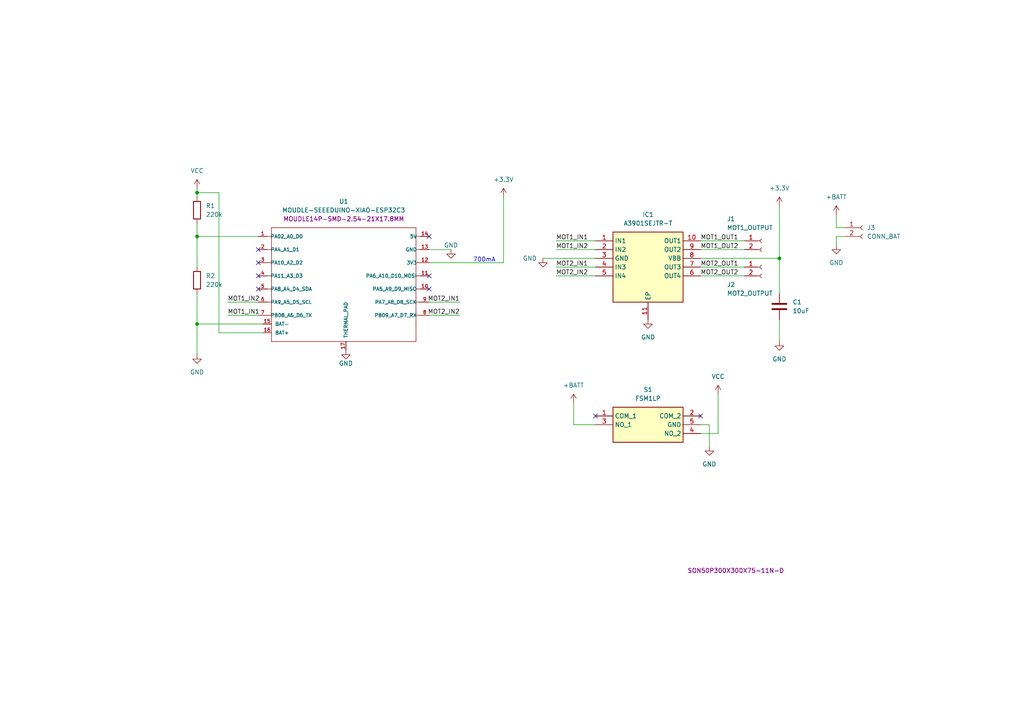
<source format=kicad_sch>
(kicad_sch (version 20230121) (generator eeschema)
  (paper "A4")
  (lib_symbols
    (symbol "A3901SEJTR-T:A3901SEJTR-T"
      (property "Reference" "IC" (at 26.67 7.62 0))
      (property "Value" "A3901SEJTR-T" (at 26.67 5.08 0))
      (symbol "A3901SEJTR-T_1_1"
        (rectangle (start 5.08 2.54) (end 25.4 -17.78) (stroke (width 0.254)) (fill (type background)))
        (pin passive line (at 0 0 0) (length 5.08) (name "IN1") (number "1"))
        (pin passive line (at 30.48 0 180) (length 5.08) (name "OUT1") (number "10"))
        (pin passive line (at 15.24 -22.86 90) (length 5.08) (name "EP") (number "11"))
        (pin passive line (at 0 -2.54 0) (length 5.08) (name "IN2") (number "2"))
        (pin passive line (at 0 -5.08 0) (length 5.08) (name "GND") (number "3"))
        (pin passive line (at 0 -7.62 0) (length 5.08) (name "IN3") (number "4"))
        (pin passive line (at 0 -10.16 0) (length 5.08) (name "IN4") (number "5"))
        (pin passive line (at 30.48 -10.16 180) (length 5.08) (name "OUT4") (number "6"))
        (pin passive line (at 30.48 -7.62 180) (length 5.08) (name "OUT3") (number "7"))
        (pin passive line (at 30.48 -5.08 180) (length 5.08) (name "VBB") (number "8"))
        (pin passive line (at 30.48 -2.54 180) (length 5.08) (name "OUT2") (number "9"))
      )
    )
    (symbol "Connector:Conn_01x02_Socket" (pin_names (offset 1.016) hide)
      (property "Reference" "J" (at 0 2.54 0))
      (property "Value" "Conn_01x02_Socket" (at 0 -5.08 0))
      (symbol "Conn_01x02_Socket_1_1"
        (arc (start 0 -2.032) (mid -0.5058 -2.54) (end 0 -3.048) (stroke (width 0.1524)))
        (polyline (pts (xy -1.27 -2.54) (xy -0.508 -2.54)) (stroke (width 0.1524)))
        (polyline (pts (xy -1.27 0) (xy -0.508 0)) (stroke (width 0.1524)))
        (arc (start 0 0.508) (mid -0.5058 0) (end 0 -0.508) (stroke (width 0.1524)))
        (pin passive line (at -5.08 0 0) (length 3.81) (name "Pin_1") (number "1"))
        (pin passive line (at -5.08 -2.54 0) (length 3.81) (name "Pin_2") (number "2"))
      )
    )
    (symbol "Device:C" (pin_numbers hide) (pin_names (offset 0.254))
      (property "Reference" "C" (at 0.635 2.54 0))
      (property "Value" "C" (at 0.635 -2.54 0))
      (symbol "C_0_1"
        (polyline (pts (xy -2.032 -0.762) (xy 2.032 -0.762)) (stroke (width 0.508)))
        (polyline (pts (xy -2.032 0.762) (xy 2.032 0.762)) (stroke (width 0.508)))
      )
      (symbol "C_1_1"
        (pin passive line (at 0 3.81 270) (length 2.794) (name "~") (number "1"))
        (pin passive line (at 0 -3.81 90) (length 2.794) (name "~") (number "2"))
      )
    )
    (symbol "Device:R" (pin_numbers hide) (pin_names (offset 0))
      (property "Reference" "R" (at 2.032 0 90))
      (property "Value" "R" (at 0 0 90))
      (symbol "R_0_1"
        (rectangle (start -1.016 -2.54) (end 1.016 2.54) (stroke (width 0.254)))
      )
      (symbol "R_1_1"
        (pin passive line (at 0 3.81 270) (length 1.27) (name "~") (number "1"))
        (pin passive line (at 0 -3.81 90) (length 1.27) (name "~") (number "2"))
      )
    )
    (symbol "FSM1LP:FSM1LP"
      (property "Reference" "S" (at 26.67 7.62 0))
      (property "Value" "FSM1LP" (at 26.67 5.08 0))
      (symbol "FSM1LP_1_1"
        (rectangle (start 5.08 2.54) (end 25.4 -7.62) (stroke (width 0.254)) (fill (type background)))
        (pin passive line (at 0 0 0) (length 5.08) (name "COM_1") (number "1"))
        (pin passive line (at 30.48 0 180) (length 5.08) (name "COM_2") (number "2"))
        (pin passive line (at 0 -2.54 0) (length 5.08) (name "NO_1") (number "3"))
        (pin passive line (at 30.48 -5.08 180) (length 5.08) (name "NO_2") (number "4"))
        (pin passive line (at 30.48 -2.54 180) (length 5.08) (name "GND") (number "5"))
      )
    )
    (symbol "MOUDLE-SEEEDUINO-XIAO-ESP32C3:MOUDLE-SEEEDUINO-XIAO-ESP32C3" (pin_names (offset 1.016))
      (property "Reference" "U1" (at -0.635 19.05 0))
      (property "Value" "MOUDLE-SEEEDUINO-XIAO-ESP32C3" (at -0.635 16.51 0))
      (property "Footprint" "MOUDLE14P-SMD-2.54-21X17.8MM" (at 0 0 0))
      (symbol "MOUDLE-SEEEDUINO-XIAO-ESP32C3_0_0"
        (polyline (pts (xy -21.59 -11.43) (xy -22.86 -11.43)) (stroke (width 0.1524)))
        (polyline (pts (xy -21.59 -7.62) (xy -22.86 -7.62)) (stroke (width 0.1524)))
        (polyline (pts (xy -21.59 -3.81) (xy -22.86 -3.81)) (stroke (width 0.1524)))
        (polyline (pts (xy -21.59 0) (xy -22.86 0)) (stroke (width 0.1524)))
        (polyline (pts (xy -21.59 0) (xy -21.59 3.81)) (stroke (width 0.1524)))
        (polyline (pts (xy -21.59 3.81) (xy -22.86 3.81)) (stroke (width 0.1524)))
        (polyline (pts (xy -21.59 3.81) (xy -21.59 7.62)) (stroke (width 0.1524)))
        (polyline (pts (xy -21.59 7.62) (xy -22.86 7.62)) (stroke (width 0.1524)))
        (polyline (pts (xy -21.59 7.62) (xy -21.59 11.43)) (stroke (width 0.1524)))
        (polyline (pts (xy -21.59 11.43) (xy -22.86 11.43)) (stroke (width 0.1524)))
        (polyline (pts (xy -21.59 11.43) (xy -21.59 13.97)) (stroke (width 0.1524)))
        (polyline (pts (xy -21.59 13.97) (xy 20.32 13.97)) (stroke (width 0.1524)))
        (polyline (pts (xy 20.32 -19.05) (xy -21.59 -19.05)) (stroke (width 0.1524)))
        (polyline (pts (xy 20.32 3.81) (xy 20.32 -13.97)) (stroke (width 0.1524)))
        (polyline (pts (xy 20.32 7.62) (xy 20.32 3.81)) (stroke (width 0.1524)))
        (polyline (pts (xy 20.32 11.43) (xy 20.32 7.62)) (stroke (width 0.1524)))
        (polyline (pts (xy 20.32 13.97) (xy 20.32 11.43)) (stroke (width 0.1524)))
        (polyline (pts (xy 21.59 -11.43) (xy 20.32 -11.43)) (stroke (width 0.1524)))
        (polyline (pts (xy 21.59 -7.62) (xy 20.32 -7.62)) (stroke (width 0.1524)))
        (polyline (pts (xy 21.59 -3.81) (xy 20.32 -3.81)) (stroke (width 0.1524)))
        (polyline (pts (xy 21.59 0) (xy 20.32 0)) (stroke (width 0.1524)))
        (polyline (pts (xy 21.59 3.81) (xy 20.32 3.81)) (stroke (width 0.1524)))
        (polyline (pts (xy 21.59 7.62) (xy 20.32 7.62)) (stroke (width 0.1524)))
        (polyline (pts (xy 21.59 11.43) (xy 20.32 11.43)) (stroke (width 0.1524)))
        (pin bidirectional line (at -25.4 11.43 0) (length 2.54) (name "PA02_A0_D0") (number "1"))
        (pin bidirectional line (at 24.13 -3.81 180) (length 2.54) (name "PA5_A9_D9_MISO") (number "10"))
        (pin bidirectional line (at 24.13 0 180) (length 2.54) (name "PA6_A10_D10_MOSI") (number "11"))
        (pin bidirectional line (at 24.13 3.81 180) (length 2.54) (name "3V3") (number "12"))
        (pin bidirectional line (at 24.13 7.62 180) (length 2.54) (name "GND") (number "13"))
        (pin bidirectional line (at 24.13 11.43 180) (length 2.54) (name "5V") (number "14"))
        (pin bidirectional line (at -25.4 7.62 0) (length 2.54) (name "PA4_A1_D1") (number "2"))
        (pin bidirectional line (at -25.4 3.81 0) (length 2.54) (name "PA10_A2_D2") (number "3"))
        (pin bidirectional line (at -25.4 0 0) (length 2.54) (name "PA11_A3_D3") (number "4"))
        (pin bidirectional line (at -25.4 -3.81 0) (length 2.54) (name "PA8_A4_D4_SDA") (number "5"))
        (pin bidirectional line (at -25.4 -7.62 0) (length 2.54) (name "PA9_A5_D5_SCL") (number "6"))
        (pin bidirectional line (at -25.4 -11.43 0) (length 2.54) (name "PB08_A6_D6_TX") (number "7"))
        (pin bidirectional line (at 24.13 -11.43 180) (length 2.54) (name "PB09_A7_D7_RX") (number "8"))
        (pin bidirectional line (at 24.13 -7.62 180) (length 2.54) (name "PA7_A8_D8_SCK") (number "9"))
      )
      (symbol "MOUDLE-SEEEDUINO-XIAO-ESP32C3_0_1"
        (polyline (pts (xy -21.59 0) (xy -21.59 -19.05)))
        (polyline (pts (xy 20.32 -13.97) (xy 20.32 -19.05)))
      )
      (symbol "MOUDLE-SEEEDUINO-XIAO-ESP32C3_1_1"
        (pin input line (at -24.13 -13.97 0) (length 2.54) (name "BAT-") (number "15"))
        (pin input line (at -24.13 -16.51 0) (length 2.54) (name "BAT+") (number "16"))
        (pin bidirectional line (at 0 -21.59 90) (length 2.54) (name "THERMAL_PAD") (number "17"))
      )
    )
    (symbol "power:+3.3V" (power) (pin_names (offset 0))
      (property "Value" "+3.3V" (at 0 3.556 0))
      (symbol "+3.3V_0_1"
        (polyline (pts (xy -0.762 1.27) (xy 0 2.54)))
        (polyline (pts (xy 0 0) (xy 0 2.54)))
        (polyline (pts (xy 0 2.54) (xy 0.762 1.27)))
      )
      (symbol "+3.3V_1_1"
        (pin power_in line (at 0 0 90) (length 0) hide (name "+3.3V") (number "1"))
      )
    )
    (symbol "power:+BATT" (power) (pin_names (offset 0))
      (property "Value" "+BATT" (at 0 3.556 0))
      (symbol "+BATT_0_1"
        (polyline (pts (xy -0.762 1.27) (xy 0 2.54)))
        (polyline (pts (xy 0 0) (xy 0 2.54)))
        (polyline (pts (xy 0 2.54) (xy 0.762 1.27)))
      )
      (symbol "+BATT_1_1"
        (pin power_in line (at 0 0 90) (length 0) hide (name "+BATT") (number "1"))
      )
    )
    (symbol "power:GND" (power) (pin_names (offset 0))
      (property "Value" "GND" (at 0 -3.81 0))
      (symbol "GND_0_1"
        (polyline (pts (xy 0 0) (xy 0 -1.27) (xy 1.27 -1.27) (xy 0 -2.54) (xy -1.27 -1.27) (xy 0 -1.27)))
      )
      (symbol "GND_1_1"
        (pin power_in line (at 0 0 270) (length 0) hide (name "GND") (number "1"))
      )
    )
    (symbol "power:VCC" (power) (pin_names (offset 0))
      (property "Value" "VCC" (at 0 3.81 0))
      (symbol "VCC_0_1"
        (polyline (pts (xy -0.762 1.27) (xy 0 2.54)))
        (polyline (pts (xy 0 0) (xy 0 2.54)))
        (polyline (pts (xy 0 2.54) (xy 0.762 1.27)))
      )
      (symbol "VCC_1_1"
        (pin power_in line (at 0 0 90) (length 0) hide (name "VCC") (number "1"))
      )
    )
  )
  (junction (at 226.06 74.93))
  (junction (at 57.15 55.88))
  (junction (at 57.15 68.58))
  (junction (at 57.15 93.98))
  (no_connect (at 74.93 72.39))
  (no_connect (at 124.46 83.82))
  (no_connect (at 124.46 68.58))
  (no_connect (at 74.93 76.2))
  (no_connect (at 124.46 80.01))
  (no_connect (at 74.93 80.01))
  (no_connect (at 74.93 83.82))
  (no_connect (at 203.2 120.65))
  (no_connect (at 332.74 46.99))
  (no_connect (at 172.72 120.65))
  (wire (pts (xy 133.35 91.44) (xy 124.46 91.44)))
  (wire (pts (xy 66.04 87.63) (xy 74.93 87.63)))
  (wire (pts (xy 57.15 55.88) (xy 57.15 57.15)))
  (wire (pts (xy 203.2 80.01) (xy 215.9 80.01)))
  (wire (pts (xy 172.72 74.93) (xy 157.48 74.93)))
  (wire (pts (xy 57.15 68.58) (xy 57.15 77.47)))
  (wire (pts (xy 203.2 77.47) (xy 215.9 77.47)))
  (wire (pts (xy 203.2 72.39) (xy 215.9 72.39)))
  (wire (pts (xy 161.29 72.39) (xy 172.72 72.39)))
  (wire (pts (xy 242.57 71.12) (xy 242.57 68.58)))
  (wire (pts (xy 245.11 66.04) (xy 242.57 66.04)))
  (wire (pts (xy 161.29 69.85) (xy 172.72 69.85)))
  (wire (pts (xy 203.2 125.73) (xy 208.28 125.73)))
  (wire (pts (xy 203.2 69.85) (xy 215.9 69.85)))
  (wire (pts (xy 63.5 96.52) (xy 76.2 96.52)))
  (wire (pts (xy 124.46 76.2) (xy 146.05 76.2)))
  (wire (pts (xy 57.15 55.88) (xy 63.5 55.88)))
  (wire (pts (xy 166.37 123.19) (xy 172.72 123.19)))
  (wire (pts (xy 57.15 64.77) (xy 57.15 68.58)))
  (wire (pts (xy 226.06 59.69) (xy 226.06 74.93)))
  (wire (pts (xy 161.29 80.01) (xy 172.72 80.01)))
  (wire (pts (xy 57.15 93.98) (xy 76.2 93.98)))
  (wire (pts (xy 57.15 93.98) (xy 57.15 102.87)))
  (wire (pts (xy 124.46 72.39) (xy 130.81 72.39)))
  (wire (pts (xy 203.2 123.19) (xy 205.74 123.19)))
  (wire (pts (xy 226.06 92.71) (xy 226.06 99.06)))
  (wire (pts (xy 242.57 62.23) (xy 242.57 66.04)))
  (wire (pts (xy 133.35 87.63) (xy 124.46 87.63)))
  (wire (pts (xy 166.37 116.84) (xy 166.37 123.19)))
  (wire (pts (xy 226.06 74.93) (xy 226.06 85.09)))
  (wire (pts (xy 161.29 77.47) (xy 172.72 77.47)))
  (wire (pts (xy 203.2 74.93) (xy 226.06 74.93)))
  (wire (pts (xy 208.28 125.73) (xy 208.28 114.3)))
  (wire (pts (xy 66.04 91.44) (xy 74.93 91.44)))
  (wire (pts (xy 74.93 68.58) (xy 57.15 68.58)))
  (wire (pts (xy 242.57 68.58) (xy 245.11 68.58)))
  (wire (pts (xy 57.15 54.61) (xy 57.15 55.88)))
  (wire (pts (xy 57.15 85.09) (xy 57.15 93.98)))
  (wire (pts (xy 146.05 57.15) (xy 146.05 76.2)))
  (wire (pts (xy 205.74 123.19) (xy 205.74 129.54)))
  (wire (pts (xy 63.5 55.88) (xy 63.5 96.52)))
  (text "700mA" (at 137.16 76.2 0) (effects (font (size 1.27 1.27)) (justify left bottom)))
  (label "MOT2_OUT2" (at 203.2 80.01 0))
  (label "MOT2_IN2" (at 161.29 80.01 0))
  (label "MOT1_IN1" (at 161.29 69.85 0))
  (label "MOT2_IN1" (at 161.29 77.47 0))
  (label "MOT1_IN2" (at 66.04 87.63 0))
  (label "MOT1_OUT2" (at 203.2 72.39 0))
  (label "MOT2_OUT1" (at 203.2 77.47 0))
  (label "MOT1_OUT1" (at 203.2 69.85 0))
  (label "MOT2_IN1" (at 133.35 87.63 180))
  (label "MOT2_IN2" (at 133.35 91.44 180))
  (label "MOT1_IN1" (at 66.04 91.44 0))
  (label "MOT1_IN2" (at 161.29 72.39 0))
  (symbol (lib_id "power:GND") (at 242.57 71.12 0) (unit 1)
    (property "Reference" "#PWR08" (effects hide))
    (property "Value" "GND" (at 242.57 76.2 0))
  )
  (symbol (lib_id "power:GND") (at 130.81 72.39 0) (unit 1)
    (property "Reference" "#PWR02" (effects hide))
    (property "Value" "GND" (at 130.81 71.12 0))
  )
  (symbol (lib_id "Connector:Conn_01x02_Socket") (at 220.98 69.85 0) (unit 1)
    (property "Reference" "J1" (at 210.82 63.5 0) (effects (justify left)))
    (property "Value" "MOT1_OUTPUT" (at 210.82 66.04 0) (effects (justify left)))
    (property "Footprint" "Connector_Wire:SolderWire-0.1sqmm_1x02_P3.6mm_D0.4mm_OD1mm" (effects hide))
  )
  (symbol (lib_id "power:GND") (at 157.48 74.93 0) (unit 1)
    (property "Reference" "#PWR04" (effects hide))
    (property "Value" "GND" (at 153.67 74.93 0))
  )
  (symbol (lib_id "power:GND") (at 57.15 102.87 0) (unit 1)
    (property "Reference" "#PWR011" (effects hide))
    (property "Value" "GND" (at 57.15 107.95 0))
  )
  (symbol (lib_id "Connector:Conn_01x02_Socket") (at 220.98 77.47 0) (unit 1)
    (property "Reference" "J2" (at 210.82 82.55 0) (effects (justify left)))
    (property "Value" "MOT2_OUTPUT" (at 210.82 85.09 0) (effects (justify left)))
    (property "Footprint" "Connector_Wire:SolderWire-0.1sqmm_1x02_P3.6mm_D0.4mm_OD1mm" (effects hide))
  )
  (symbol (lib_id "power:+BATT") (at 242.57 62.23 0) (unit 1)
    (property "Reference" "#PWR09" (effects hide))
    (property "Value" "+BATT" (at 242.57 57.15 0))
  )
  (symbol (lib_id "power:GND") (at 226.06 99.06 0) (unit 1)
    (property "Reference" "#PWR05" (effects hide))
    (property "Value" "GND" (at 226.06 104.14 0))
  )
  (symbol (lib_id "power:VCC") (at 208.28 114.3 0) (unit 1)
    (property "Reference" "#PWR012" (effects hide))
    (property "Value" "VCC" (at 208.28 109.22 0))
  )
  (symbol (lib_id "MOUDLE-SEEEDUINO-XIAO-ESP32C3:MOUDLE-SEEEDUINO-XIAO-ESP32C3") (at 100.33 80.01 0) (unit 1)
    (property "Reference" "U1" (at 99.695 58.42 0))
    (property "Value" "MOUDLE-SEEEDUINO-XIAO-ESP32C3" (at 99.695 60.96 0))
    (property "Footprint" "MOUDLE14P-SMD-2.54-21X17.8MM" (at 99.695 63.5 0))
  )
  (symbol (lib_id "Device:R") (at 57.15 81.28 0) (unit 1)
    (property "Reference" "R2" (at 59.69 80.01 0) (effects (justify left)))
    (property "Value" "220k" (at 59.69 82.55 0) (effects (justify left)))
    (property "Footprint" "Resistor_SMD:R_0201_0603Metric_Pad0.64x0.40mm_HandSolder" (effects hide))
  )
  (symbol (lib_id "power:+3.3V") (at 226.06 59.69 0) (unit 1)
    (property "Reference" "#PWR03" (effects hide))
    (property "Value" "+3.3V" (at 226.06 54.61 0))
  )
  (symbol (lib_id "power:VCC") (at 57.15 54.61 0) (unit 1)
    (property "Reference" "#PWR010" (effects hide))
    (property "Value" "VCC" (at 57.15 49.53 0))
  )
  (symbol (lib_id "power:GND") (at 100.33 101.6 0) (unit 1)
    (property "Reference" "#PWR07" (effects hide))
    (property "Value" "GND" (at 100.33 105.41 0))
  )
  (symbol (lib_id "Device:R") (at 57.15 60.96 0) (unit 1)
    (property "Reference" "R1" (at 59.69 59.69 0) (effects (justify left)))
    (property "Value" "220k" (at 59.69 62.23 0) (effects (justify left)))
    (property "Footprint" "Capacitor_SMD:C_0201_0603Metric_Pad0.64x0.40mm_HandSolder" (effects hide))
  )
  (symbol (lib_id "power:GND") (at 187.96 92.71 0) (unit 1)
    (property "Reference" "#PWR06" (effects hide))
    (property "Value" "GND" (at 187.96 97.79 0))
  )
  (symbol (lib_id "Connector:Conn_01x02_Socket") (at 250.19 66.04 0) (unit 1)
    (property "Reference" "J3" (at 251.46 66.04 0) (effects (justify left)))
    (property "Value" "CONN_BAT" (at 251.46 68.58 0) (effects (justify left)))
    (property "Footprint" "Connector_JST:JST_EH_B2B-EH-A_1x02_P2.50mm_Vertical" (effects hide))
  )
  (symbol (lib_id "power:+3.3V") (at 146.05 57.15 0) (unit 1)
    (property "Reference" "#PWR01" (effects hide))
    (property "Value" "+3.3V" (at 146.05 52.07 0))
  )
  (symbol (lib_id "power:+BATT") (at 166.37 116.84 0) (unit 1)
    (property "Reference" "#PWR014" (effects hide))
    (property "Value" "+BATT" (at 166.37 111.76 0))
  )
  (symbol (lib_id "FSM1LP:FSM1LP") (at 172.72 120.65 0) (unit 1)
    (property "Reference" "S1" (at 187.96 113.03 0))
    (property "Value" "FSM1LP" (at 187.96 115.57 0))
    (property "Footprint" "FSM1LP" (effects hide))
    (property "Datasheet" "miluabraham92@gmail.com" (effects hide))
    (property "Height" "3.4" (effects hide))
    (property "Manufacturer_Name" "TE Connectivity" (effects hide))
    (property "Manufacturer_Part_Number" "FSM1LP" (effects hide))
    (property "Mouser Part Number" "506-FSM1LP" (effects hide))
    (property "Mouser Price/Stock" "https://www.mouser.co.uk/ProductDetail/TE-Connectivity-PB/FSM1LP?qs=X41HXGMJECpfKcLAbtysig%3D%3D" (effects hide))
    (property "Arrow Part Number" "FSM1LP" (effects hide))
    (property "Arrow Price/Stock" "https://www.arrow.com/en/products/fsm1lp/te-connectivity?region=nac" (effects hide))
  )
  (symbol (lib_id "power:GND") (at 205.74 129.54 0) (unit 1)
    (property "Reference" "#PWR013" (effects hide))
    (property "Value" "GND" (at 205.74 134.62 0))
  )
  (symbol (lib_id "A3901SEJTR-T:A3901SEJTR-T") (at 172.72 69.85 0) (unit 1)
    (property "Reference" "IC1" (at 187.96 62.23 0))
    (property "Value" "A3901SEJTR-T" (at 187.96 64.77 0))
    (property "Footprint" "SON50P300X300X75-11N-D" (at 199.39 164.77 0) (effects (justify left top)))
    (property "Datasheet" "https://www.allegromicro.com/-/media/files/datasheets/a3901-datasheet.pdf" (effects hide))
    (property "Height" "0.75" (effects hide))
    (property "Manufacturer_Name" "Allegro Microsystems" (effects hide))
    (property "Manufacturer_Part_Number" "A3901SEJTR-T" (effects hide))
    (property "Mouser Part Number" "250-A3901SEJTR-T" (effects hide))
    (property "Mouser Price/Stock" "https://www.mouser.co.uk/ProductDetail/Allegro-MicroSystems/A3901SEJTR-T?qs=pUKx8fyJudDgNwRr7jvpLg%3D%3D" (effects hide))
    (property "Arrow Part Number" "A3901SEJTR-T" (effects hide))
    (property "Arrow Price/Stock" "https://www.arrow.com/en/products/a3901sejtr-t/allegro-microsystems" (effects hide))
  )
  (symbol (lib_id "Device:C") (at 226.06 88.9 0) (unit 1)
    (property "Reference" "C1" (at 229.87 87.63 0) (effects (justify left)))
    (property "Value" "10uF" (at 229.87 90.17 0) (effects (justify left)))
    (property "Footprint" "Capacitor_SMD:C_0201_0603Metric_Pad0.64x0.40mm_HandSolder" (effects hide))
  )
)
</source>
